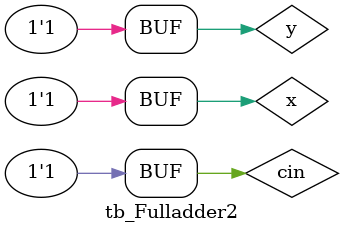
<source format=v>
/* 비트 단위 논리 연산자를 사용하여 전가산기의 테스트 벤치, `는 ~옆에 */

`timescale 1ns/10ps 

module tb_Fulladder2;
	reg x, y, cin;
	wire Sum, Carry;

	Fulladder2 tb(x, y, cin, Sum, Carry);

	//여기서부터 waveform을 보기위한 파일을 만드는 코드
	initial
	   begin
	       $dumpfile("test_Fulladder_out.vcd"); //에러발생 14
	       $dumpvars(-1,tb);                      //에러발생 15
	       $monitor("%b", Sum);
	       $monitor("%b", Carry);
	    end
		//waveform을 보기위한 코드 끝

	initial
	   begin                                           //에러 신택스 22 
	       x = 0; y=0; cin = 0; #100;      //밑에 다 에러 
	       x = 0; y=1; cin = 0; #100;
	       x = 1; y=0; cin = 0; #100;
	       x = 1; y=1; cin = 0; #100;
	       x = 0; y=0; cin = 1; #100;
	       x = 0; y=1; cin = 1; #100;
	       x = 1; y=0; cin = 1; #100;
	       x = 1; y=1; cin = 1; #100;
	   end	  

endmodule
</source>
